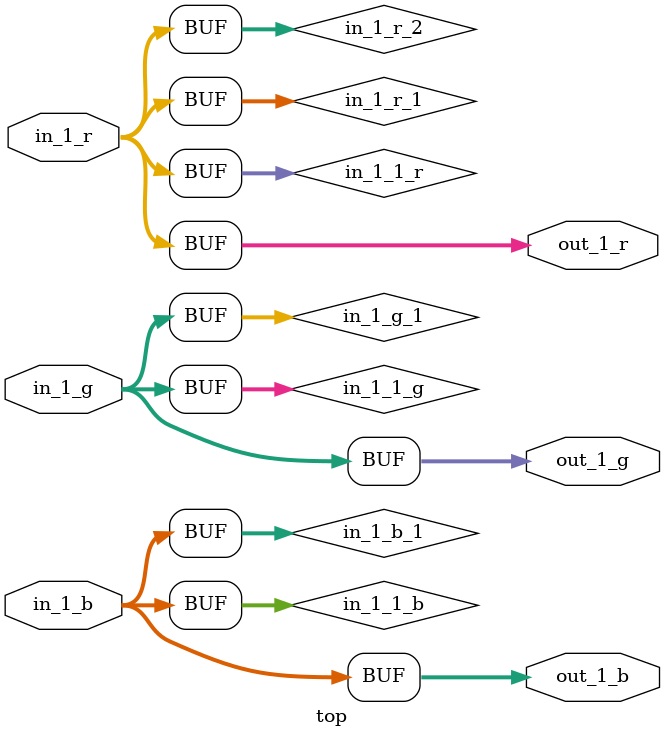
<source format=sv>
module top (
	input logic [7:0] in_1_r,
	input logic [7:0] in_1_g,
	input logic [7:0] in_1_b,

	output logic [7:0] out_1_r,
	output logic [7:0] out_1_g,
	output logic [7:0] out_1_b
);

	logic [7:0] in_1_1_r;
	logic [7:0] in_1_r_1;
	logic [7:0] in_1_r_2;
	logic [7:0] in_1_1_g;
	logic [7:0] in_1_g_1;
	logic [7:0] in_1_1_b;
	logic [7:0] in_1_b_1;

	assign out_1_r = in_1_r;
	assign in_1_1_r = in_1_r;
	assign in_1_r_1 = in_1_r;
	assign in_1_r_2 = in_1_r;
	assign out_1_g = in_1_g;
	assign in_1_1_g = in_1_g;
	assign in_1_g_1 = in_1_g;
	assign out_1_b = in_1_b;
	assign in_1_1_b = in_1_b;
	assign in_1_b_1 = in_1_b;
endmodule



</source>
